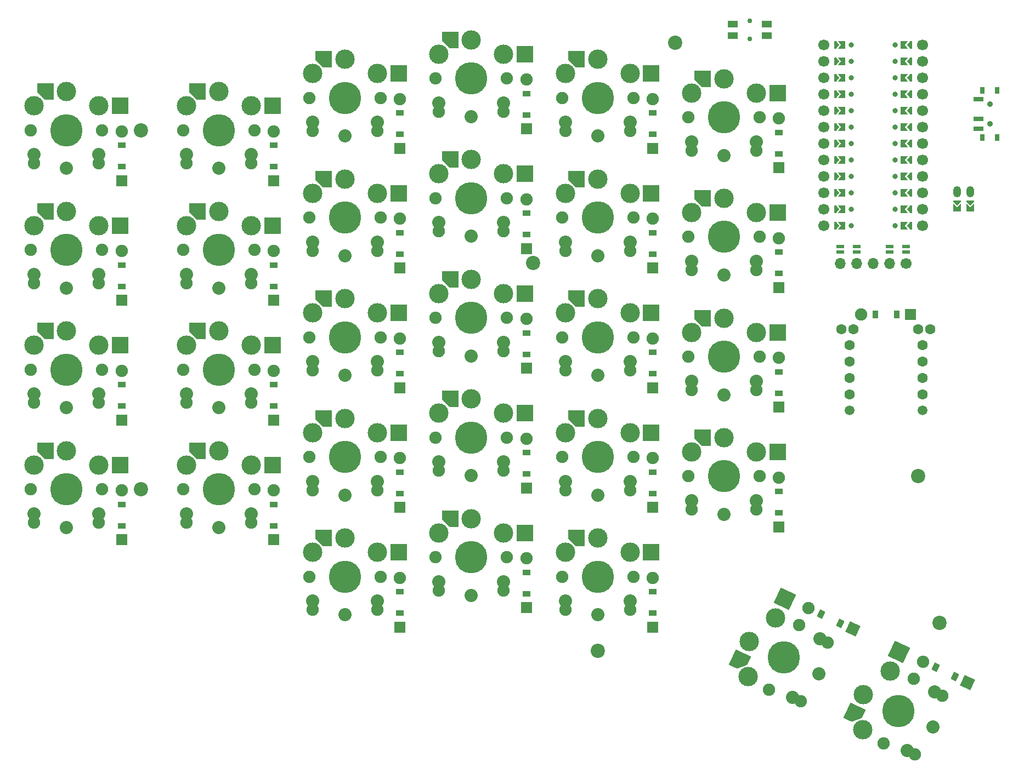
<source format=gbr>
%TF.GenerationSoftware,KiCad,Pcbnew,8.0.4*%
%TF.CreationDate,2024-07-28T16:02:38-05:00*%
%TF.ProjectId,reversible,72657665-7273-4696-926c-652e6b696361,0.5.0*%
%TF.SameCoordinates,Original*%
%TF.FileFunction,Soldermask,Bot*%
%TF.FilePolarity,Negative*%
%FSLAX46Y46*%
G04 Gerber Fmt 4.6, Leading zero omitted, Abs format (unit mm)*
G04 Created by KiCad (PCBNEW 8.0.4) date 2024-07-28 16:02:38*
%MOMM*%
%LPD*%
G01*
G04 APERTURE LIST*
G04 Aperture macros list*
%AMRotRect*
0 Rectangle, with rotation*
0 The origin of the aperture is its center*
0 $1 length*
0 $2 width*
0 $3 Rotation angle, in degrees counterclockwise*
0 Add horizontal line*
21,1,$1,$2,0,0,$3*%
%AMOutline5P*
0 Free polygon, 5 corners , with rotation*
0 The origin of the aperture is its center*
0 number of corners: always 5*
0 $1 to $10 corner X, Y*
0 $11 Rotation angle, in degrees counterclockwise*
0 create outline with 5 corners*
4,1,5,$1,$2,$3,$4,$5,$6,$7,$8,$9,$10,$1,$2,$11*%
%AMOutline6P*
0 Free polygon, 6 corners , with rotation*
0 The origin of the aperture is its center*
0 number of corners: always 6*
0 $1 to $12 corner X, Y*
0 $13 Rotation angle, in degrees counterclockwise*
0 create outline with 6 corners*
4,1,6,$1,$2,$3,$4,$5,$6,$7,$8,$9,$10,$11,$12,$1,$2,$13*%
%AMOutline7P*
0 Free polygon, 7 corners , with rotation*
0 The origin of the aperture is its center*
0 number of corners: always 7*
0 $1 to $14 corner X, Y*
0 $15 Rotation angle, in degrees counterclockwise*
0 create outline with 7 corners*
4,1,7,$1,$2,$3,$4,$5,$6,$7,$8,$9,$10,$11,$12,$13,$14,$1,$2,$15*%
%AMOutline8P*
0 Free polygon, 8 corners , with rotation*
0 The origin of the aperture is its center*
0 number of corners: always 8*
0 $1 to $16 corner X, Y*
0 $17 Rotation angle, in degrees counterclockwise*
0 create outline with 8 corners*
4,1,8,$1,$2,$3,$4,$5,$6,$7,$8,$9,$10,$11,$12,$13,$14,$15,$16,$1,$2,$17*%
%AMFreePoly0*
4,1,6,0.600000,-1.000000,0.000000,-0.400000,-0.600000,-1.000000,-0.600000,0.250000,0.600000,0.250000,0.600000,-1.000000,0.600000,-1.000000,$1*%
%AMFreePoly1*
4,1,6,0.600000,-0.200000,0.600000,-0.400000,-0.600000,-0.400000,-0.600000,-0.200000,0.000000,0.400000,0.600000,-0.200000,0.600000,-0.200000,$1*%
%AMFreePoly2*
4,1,6,0.250000,0.000000,-0.250000,-0.625000,-0.500000,-0.625000,-0.500000,0.625000,-0.250000,0.625000,0.250000,0.000000,0.250000,0.000000,$1*%
%AMFreePoly3*
4,1,6,0.500000,-0.625000,-0.650000,-0.625000,-0.150000,0.000000,-0.650000,0.625000,0.500000,0.625000,0.500000,-0.625000,0.500000,-0.625000,$1*%
G04 Aperture macros list end*
%ADD10C,2.200000*%
%ADD11FreePoly0,180.000000*%
%ADD12O,1.200000X1.750000*%
%ADD13FreePoly1,180.000000*%
%ADD14C,0.750000*%
%ADD15R,1.550000X1.000000*%
%ADD16O,1.700000X1.700000*%
%ADD17C,1.700000*%
%ADD18R,1.200000X0.600000*%
%ADD19C,1.500000*%
%ADD20C,1.600000*%
%ADD21FreePoly2,180.000000*%
%ADD22FreePoly2,0.000000*%
%ADD23FreePoly3,0.000000*%
%ADD24C,0.800000*%
%ADD25FreePoly3,180.000000*%
%ADD26R,0.800000X1.000000*%
%ADD27C,0.900000*%
%ADD28R,1.500000X0.700000*%
%ADD29C,1.900000*%
%ADD30C,3.000000*%
%ADD31C,5.000000*%
%ADD32C,2.032000*%
%ADD33Outline5P,-1.300000X1.300000X1.300000X1.300000X1.300000X-1.300000X-0.117000X-1.300000X-1.300000X-0.117000X0.000000*%
%ADD34R,2.600000X2.600000*%
%ADD35R,1.778000X1.778000*%
%ADD36R,1.200000X0.900000*%
%ADD37C,1.905000*%
%ADD38Outline5P,-1.300000X1.300000X1.300000X1.300000X1.300000X-1.300000X-0.117000X-1.300000X-1.300000X-0.117000X65.000000*%
%ADD39RotRect,2.600000X2.600000X65.000000*%
%ADD40RotRect,1.778000X1.778000X155.000000*%
%ADD41RotRect,0.900000X1.200000X155.000000*%
%ADD42R,0.900000X1.200000*%
G04 APERTURE END LIST*
D10*
%TO.C,MH3*%
X123499993Y-20902382D03*
%TD*%
%TO.C,MH4*%
X40999998Y-34402381D03*
%TD*%
D11*
%TO.C,JST1*%
X168999996Y-46718381D03*
X166999996Y-46718380D03*
D12*
X166999996Y-43902382D03*
X168999996Y-43902380D03*
D13*
X166999993Y-45702381D03*
X168999997Y-45702379D03*
%TD*%
D10*
%TO.C,MH6*%
X101499998Y-54902377D03*
%TD*%
D14*
%TO.C,RST1*%
X134999995Y-17527379D03*
X134999995Y-20277381D03*
D15*
X132374994Y-18052381D03*
X132374995Y-19752380D03*
X137624995Y-18052380D03*
X137624996Y-19752379D03*
%TD*%
D16*
%TO.C,DISP1*%
X148919998Y-54999999D03*
X151459996Y-55000000D03*
X154000000Y-55000000D03*
X156539998Y-55000000D03*
D17*
X159079997Y-55000000D03*
D18*
X159079998Y-53250000D03*
X156539997Y-53250000D03*
X151459997Y-53249999D03*
X148919998Y-53249999D03*
X159079997Y-52350000D03*
X156539996Y-52349999D03*
X151459998Y-52349998D03*
X148919997Y-52349999D03*
%TD*%
D19*
%TO.C,*%
X150375001Y-77702381D03*
X161625001Y-77702381D03*
D20*
X150375002Y-67592380D03*
X161625001Y-67592380D03*
X150375001Y-70132381D03*
X161625001Y-70132381D03*
X150375001Y-72672381D03*
X161625001Y-72672381D03*
X150375001Y-75212382D03*
X161625000Y-75212382D03*
X149150002Y-65202381D03*
X162850001Y-65202382D03*
X151000001Y-65202381D03*
X161000001Y-65202381D03*
%TD*%
D10*
%TO.C,MH1*%
X164266883Y-110562806D03*
%TD*%
%TO.C,MH5*%
X40999994Y-89902379D03*
%TD*%
%TO.C,MH7*%
X111499997Y-114902381D03*
%TD*%
%TO.C,MH2*%
X160999995Y-87902376D03*
%TD*%
D21*
%TO.C,MCU1*%
X159499993Y-21202381D03*
D17*
X161619992Y-21202379D03*
D21*
X159499997Y-23742383D03*
D17*
X161619995Y-23742381D03*
D21*
X159499994Y-26282381D03*
D17*
X161619994Y-26282383D03*
D21*
X159499995Y-28822382D03*
D17*
X161619996Y-28822382D03*
D21*
X159499996Y-31362383D03*
D17*
X161619995Y-31362383D03*
D21*
X159499995Y-33902382D03*
D17*
X161619997Y-33902381D03*
D21*
X159499996Y-36442382D03*
D17*
X161619995Y-36442382D03*
D21*
X159499995Y-38982383D03*
D17*
X161619996Y-38982381D03*
D21*
X159499996Y-41522383D03*
D17*
X161619994Y-41522381D03*
D21*
X159499997Y-44062381D03*
D17*
X161619996Y-44062384D03*
D21*
X159499993Y-46602382D03*
D17*
X161619995Y-46602382D03*
D21*
X159499995Y-49142382D03*
D17*
X161619995Y-49142383D03*
X146379994Y-49142382D03*
D22*
X148499995Y-49142380D03*
D17*
X146379998Y-46602385D03*
D22*
X148499997Y-46602383D03*
D17*
X146379995Y-44062383D03*
D22*
X148499993Y-44062381D03*
D17*
X146379996Y-41522381D03*
D22*
X148499996Y-41522383D03*
D17*
X146379994Y-38982382D03*
D22*
X148499995Y-38982382D03*
D17*
X146379995Y-36442381D03*
D22*
X148499994Y-36442381D03*
D17*
X146379993Y-33902383D03*
D22*
X148499995Y-33902382D03*
D17*
X146379995Y-31362382D03*
D22*
X148499994Y-31362382D03*
D17*
X146379994Y-28822383D03*
D22*
X148499995Y-28822381D03*
D17*
X146379996Y-26282383D03*
D22*
X148499994Y-26282381D03*
D17*
X146379994Y-23742380D03*
D22*
X148499993Y-23742383D03*
D17*
X146379995Y-21202382D03*
D22*
X148499997Y-21202382D03*
D23*
X149224992Y-21202382D03*
D24*
X157399995Y-21202384D03*
D23*
X149224996Y-23742382D03*
D24*
X157399993Y-23742383D03*
D23*
X149224994Y-26282382D03*
D24*
X157399994Y-26282382D03*
D23*
X149224994Y-28822381D03*
D24*
X157399995Y-28822381D03*
D23*
X149224995Y-31362380D03*
D24*
X157399995Y-31362382D03*
D23*
X149224995Y-33902382D03*
D24*
X157399993Y-33902383D03*
D23*
X149224997Y-36442383D03*
D24*
X157399994Y-36442382D03*
D23*
X149224994Y-38982382D03*
D24*
X157399996Y-38982382D03*
D23*
X149224995Y-41522382D03*
D24*
X157399995Y-41522382D03*
D23*
X149224995Y-44062381D03*
D24*
X157399996Y-44062382D03*
D23*
X149224996Y-46602383D03*
D24*
X157399992Y-46602381D03*
D23*
X149224994Y-49142382D03*
D24*
X157399994Y-49142382D03*
X150599996Y-49142383D03*
D25*
X158774996Y-49142382D03*
D24*
X150599995Y-46602380D03*
D25*
X158774998Y-46602382D03*
D24*
X150599997Y-44062381D03*
D25*
X158774994Y-44062382D03*
D24*
X150599996Y-41522382D03*
D25*
X158774996Y-41522382D03*
D24*
X150599995Y-38982383D03*
D25*
X158774996Y-38982383D03*
D24*
X150599995Y-36442382D03*
D25*
X158774995Y-36442384D03*
D24*
X150599997Y-33902381D03*
D25*
X158774995Y-33902382D03*
D24*
X150599996Y-31362382D03*
D25*
X158774993Y-31362381D03*
D24*
X150599994Y-28822382D03*
D25*
X158774996Y-28822382D03*
D24*
X150599995Y-26282382D03*
D25*
X158774995Y-26282382D03*
D24*
X150599994Y-23742382D03*
D25*
X158774995Y-23742383D03*
D24*
X150599998Y-21202383D03*
D25*
X158774994Y-21202381D03*
%TD*%
D26*
%TO.C,PWR1*%
X170914992Y-28252380D03*
X170914992Y-35552380D03*
D27*
X172024993Y-30402380D03*
X172024993Y-33402380D03*
D26*
X173124992Y-28252381D03*
X173124992Y-35552379D03*
D28*
X170264992Y-29652380D03*
X170264994Y-32652380D03*
X170264993Y-34152379D03*
%TD*%
D29*
%TO.C,S15*%
X86499997Y-81902380D03*
D30*
X86999993Y-78152384D03*
D29*
X86999997Y-87052380D03*
D31*
X91999997Y-81902380D03*
D30*
X91999998Y-75952380D03*
D29*
X96999996Y-87052380D03*
D30*
X96999998Y-78152380D03*
D29*
X97499997Y-81902380D03*
D32*
X86999995Y-85702380D03*
D33*
X88724997Y-75952380D03*
D32*
X96999997Y-85702379D03*
X91999997Y-87802380D03*
D34*
X100274997Y-78152380D03*
%TD*%
D35*
%TO.C,D23*%
X119999996Y-37212383D03*
D36*
X119999995Y-35052380D03*
X119999995Y-31752384D03*
D37*
X119999994Y-29592381D03*
%TD*%
D29*
%TO.C,S9*%
X66999994Y-103402381D03*
D30*
X67499990Y-99652385D03*
D29*
X67499994Y-108552381D03*
D31*
X72499994Y-103402381D03*
D30*
X72499995Y-97452381D03*
D29*
X77499993Y-108552381D03*
D30*
X77499995Y-99652381D03*
D29*
X77999994Y-103402381D03*
D32*
X67499992Y-107202381D03*
D33*
X69224994Y-97452381D03*
D32*
X77499994Y-107202380D03*
X72499994Y-109302381D03*
D34*
X80774994Y-99652381D03*
%TD*%
D35*
%TO.C,D5*%
X61499996Y-97712382D03*
D36*
X61499995Y-95552379D03*
X61499995Y-92252383D03*
D37*
X61499994Y-90092380D03*
%TD*%
D29*
%TO.C,S28*%
X137930211Y-120901059D03*
D30*
X134742865Y-118863088D03*
D29*
X142809007Y-122624391D03*
D31*
X140254612Y-115916368D03*
D30*
X134862080Y-113401788D03*
D29*
X147035188Y-113561314D03*
D30*
X138969050Y-109800010D03*
D29*
X142579013Y-110931677D03*
D32*
X141585490Y-122053855D03*
D38*
X133478009Y-116369950D03*
D32*
X145811673Y-112990778D03*
X145601828Y-118409816D03*
D39*
X140353123Y-106831852D03*
%TD*%
D40*
%TO.C,D29*%
X168598130Y-119754457D03*
D41*
X166640507Y-118841599D03*
X163649689Y-117446963D03*
D37*
X161692066Y-116534105D03*
%TD*%
D29*
%TO.C,S16*%
X86499994Y-63402380D03*
D30*
X86999990Y-59652384D03*
D29*
X86999994Y-68552380D03*
D31*
X91999994Y-63402380D03*
D30*
X91999995Y-57452380D03*
D29*
X96999993Y-68552380D03*
D30*
X96999995Y-59652380D03*
D29*
X97499994Y-63402380D03*
D32*
X86999992Y-67202380D03*
D33*
X88724994Y-57452380D03*
D32*
X96999994Y-67202379D03*
X91999994Y-69302380D03*
D34*
X100274994Y-59652380D03*
%TD*%
D29*
%TO.C,S22*%
X105999997Y-47902378D03*
D30*
X106499993Y-44152382D03*
D29*
X106499997Y-53052378D03*
D31*
X111499997Y-47902378D03*
D30*
X111499998Y-41952378D03*
D29*
X116499996Y-53052378D03*
D30*
X116499998Y-44152378D03*
D29*
X116999997Y-47902378D03*
D32*
X106499995Y-51702378D03*
D33*
X108224997Y-41952378D03*
D32*
X116499997Y-51702377D03*
X111499997Y-53802378D03*
D34*
X119774997Y-44152378D03*
%TD*%
D35*
%TO.C,D13*%
X80999997Y-37212379D03*
D36*
X80999996Y-35052376D03*
X80999996Y-31752380D03*
D37*
X80999995Y-29592377D03*
%TD*%
D29*
%TO.C,S21*%
X105999997Y-66402380D03*
D30*
X106499993Y-62652384D03*
D29*
X106499997Y-71552380D03*
D31*
X111499997Y-66402380D03*
D30*
X111499998Y-60452380D03*
D29*
X116499996Y-71552380D03*
D30*
X116499998Y-62652380D03*
D29*
X116999997Y-66402380D03*
D32*
X106499995Y-70202380D03*
D33*
X108224997Y-60452380D03*
D32*
X116499997Y-70202379D03*
X111499997Y-72302380D03*
D34*
X119774997Y-62652380D03*
%TD*%
D35*
%TO.C,D17*%
X100499997Y-52712380D03*
D36*
X100499996Y-50552377D03*
X100499996Y-47252381D03*
D37*
X100499995Y-45092378D03*
%TD*%
D29*
%TO.C,S10*%
X66999997Y-84902378D03*
D30*
X67499993Y-81152382D03*
D29*
X67499997Y-90052378D03*
D31*
X72499997Y-84902378D03*
D30*
X72499998Y-78952378D03*
D29*
X77499996Y-90052378D03*
D30*
X77499998Y-81152378D03*
D29*
X77999997Y-84902378D03*
D32*
X67499995Y-88702378D03*
D33*
X69224997Y-78952378D03*
D32*
X77499997Y-88702377D03*
X72499997Y-90802378D03*
D34*
X80774997Y-81152378D03*
%TD*%
D29*
%TO.C,S29*%
X155603212Y-129142117D03*
D30*
X152415866Y-127104146D03*
D29*
X160482008Y-130865449D03*
D31*
X157927613Y-124157426D03*
D30*
X152535081Y-121642846D03*
D29*
X164708189Y-121802372D03*
D30*
X156642051Y-118041068D03*
D29*
X160252014Y-119172735D03*
D32*
X159258491Y-130294913D03*
D38*
X151151010Y-124611008D03*
D32*
X163484674Y-121231836D03*
X163274829Y-126650874D03*
D39*
X158026124Y-115072910D03*
%TD*%
D35*
%TO.C,D6*%
X61500000Y-79212376D03*
D36*
X61499999Y-77052373D03*
X61499999Y-73752377D03*
D37*
X61499998Y-71592374D03*
%TD*%
D35*
%TO.C,D1*%
X37999997Y-97712382D03*
D36*
X37999996Y-95552379D03*
X37999996Y-92252383D03*
D37*
X37999995Y-90092380D03*
%TD*%
D35*
%TO.C,D30*%
X159809999Y-62902379D03*
D42*
X157649996Y-62902380D03*
X154350000Y-62902380D03*
D37*
X152189997Y-62902381D03*
%TD*%
D29*
%TO.C,S24*%
X125499995Y-87902378D03*
D30*
X125999991Y-84152382D03*
D29*
X125999995Y-93052378D03*
D31*
X130999995Y-87902378D03*
D30*
X130999996Y-81952378D03*
D29*
X135999994Y-93052378D03*
D30*
X135999996Y-84152378D03*
D29*
X136499995Y-87902378D03*
D32*
X125999993Y-91702378D03*
D33*
X127724995Y-81952378D03*
D32*
X135999995Y-91702377D03*
X130999995Y-93802378D03*
D34*
X139274995Y-84152378D03*
%TD*%
D29*
%TO.C,S8*%
X47499996Y-34402375D03*
D30*
X47999992Y-30652379D03*
D29*
X47999996Y-39552375D03*
D31*
X52999996Y-34402375D03*
D30*
X52999997Y-28452375D03*
D29*
X57999995Y-39552375D03*
D30*
X57999997Y-30652375D03*
D29*
X58499996Y-34402375D03*
D32*
X47999994Y-38202375D03*
D33*
X49724996Y-28452375D03*
D32*
X57999996Y-38202374D03*
X52999996Y-40302375D03*
D34*
X61274996Y-30652375D03*
%TD*%
D35*
%TO.C,D12*%
X80999995Y-55712378D03*
D36*
X80999994Y-53552375D03*
X80999994Y-50252379D03*
D37*
X80999993Y-48092376D03*
%TD*%
D29*
%TO.C,S11*%
X67000000Y-66402379D03*
D30*
X67499996Y-62652383D03*
D29*
X67500000Y-71552379D03*
D31*
X72500000Y-66402379D03*
D30*
X72500001Y-60452379D03*
D29*
X77499999Y-71552379D03*
D30*
X77500001Y-62652379D03*
D29*
X78000000Y-66402379D03*
D32*
X67499998Y-70202379D03*
D33*
X69225000Y-60452379D03*
D32*
X77500000Y-70202378D03*
X72500000Y-72302379D03*
D34*
X80775000Y-62652379D03*
%TD*%
D35*
%TO.C,D18*%
X100499997Y-34212380D03*
D36*
X100499996Y-32052377D03*
X100499996Y-28752381D03*
D37*
X100499995Y-26592378D03*
%TD*%
D29*
%TO.C,S27*%
X125499997Y-32402375D03*
D30*
X125999993Y-28652379D03*
D29*
X125999997Y-37552375D03*
D31*
X130999997Y-32402375D03*
D30*
X130999998Y-26452375D03*
D29*
X135999996Y-37552375D03*
D30*
X135999998Y-28652375D03*
D29*
X136499997Y-32402375D03*
D32*
X125999995Y-36202375D03*
D33*
X127724997Y-26452375D03*
D32*
X135999997Y-36202374D03*
X130999997Y-38302375D03*
D34*
X139274997Y-28652375D03*
%TD*%
D35*
%TO.C,D25*%
X139500000Y-77212378D03*
D36*
X139499999Y-75052375D03*
X139499999Y-71752379D03*
D37*
X139499998Y-69592376D03*
%TD*%
D35*
%TO.C,D19*%
X119999996Y-111212382D03*
D36*
X119999995Y-109052379D03*
X119999995Y-105752383D03*
D37*
X119999994Y-103592380D03*
%TD*%
D29*
%TO.C,S4*%
X23999998Y-34402381D03*
D30*
X24499994Y-30652385D03*
D29*
X24499998Y-39552381D03*
D31*
X29499998Y-34402381D03*
D30*
X29499999Y-28452381D03*
D29*
X34499997Y-39552381D03*
D30*
X34499999Y-30652381D03*
D29*
X34999998Y-34402381D03*
D32*
X24499996Y-38202381D03*
D33*
X26224998Y-28452381D03*
D32*
X34499998Y-38202380D03*
X29499998Y-40302381D03*
D34*
X37774998Y-30652381D03*
%TD*%
D35*
%TO.C,D11*%
X80999996Y-74212383D03*
D36*
X80999995Y-72052380D03*
X80999995Y-68752384D03*
D37*
X80999994Y-66592381D03*
%TD*%
D29*
%TO.C,S7*%
X47499994Y-52902380D03*
D30*
X47999990Y-49152384D03*
D29*
X47999994Y-58052380D03*
D31*
X52999994Y-52902380D03*
D30*
X52999995Y-46952380D03*
D29*
X57999993Y-58052380D03*
D30*
X57999995Y-49152380D03*
D29*
X58499994Y-52902380D03*
D32*
X47999992Y-56702380D03*
D33*
X49724994Y-46952380D03*
D32*
X57999994Y-56702379D03*
X52999994Y-58802380D03*
D34*
X61274994Y-49152380D03*
%TD*%
D35*
%TO.C,D24*%
X139500001Y-95712381D03*
D36*
X139500000Y-93552378D03*
X139500000Y-90252382D03*
D37*
X139499999Y-88092379D03*
%TD*%
D29*
%TO.C,S14*%
X86499998Y-100402379D03*
D30*
X86999994Y-96652383D03*
D29*
X86999998Y-105552379D03*
D31*
X91999998Y-100402379D03*
D30*
X91999999Y-94452379D03*
D29*
X96999997Y-105552379D03*
D30*
X96999999Y-96652379D03*
D29*
X97499998Y-100402379D03*
D32*
X86999996Y-104202379D03*
D33*
X88724998Y-94452379D03*
D32*
X96999998Y-104202378D03*
X91999998Y-106302379D03*
D34*
X100274998Y-96652379D03*
%TD*%
D35*
%TO.C,D20*%
X119999997Y-92712379D03*
D36*
X119999996Y-90552376D03*
X119999996Y-87252380D03*
D37*
X119999995Y-85092377D03*
%TD*%
D35*
%TO.C,D27*%
X139500002Y-40212381D03*
D36*
X139500001Y-38052378D03*
X139500001Y-34752382D03*
D37*
X139500000Y-32592379D03*
%TD*%
D35*
%TO.C,D9*%
X80999997Y-111212380D03*
D36*
X80999996Y-109052377D03*
X80999996Y-105752381D03*
D37*
X80999995Y-103592378D03*
%TD*%
D35*
%TO.C,D10*%
X80999996Y-92712380D03*
D36*
X80999995Y-90552377D03*
X80999995Y-87252381D03*
D37*
X80999994Y-85092378D03*
%TD*%
D29*
%TO.C,S1*%
X23999993Y-89902377D03*
D30*
X24499989Y-86152381D03*
D29*
X24499993Y-95052377D03*
D31*
X29499993Y-89902377D03*
D30*
X29499994Y-83952377D03*
D29*
X34499992Y-95052377D03*
D30*
X34499994Y-86152377D03*
D29*
X34999993Y-89902377D03*
D32*
X24499991Y-93702377D03*
D33*
X26224993Y-83952377D03*
D32*
X34499993Y-93702376D03*
X29499993Y-95802377D03*
D34*
X37774993Y-86152377D03*
%TD*%
D29*
%TO.C,S12*%
X67000000Y-47902380D03*
D30*
X67499996Y-44152384D03*
D29*
X67500000Y-53052380D03*
D31*
X72500000Y-47902380D03*
D30*
X72500001Y-41952380D03*
D29*
X77499999Y-53052380D03*
D30*
X77500001Y-44152380D03*
D29*
X78000000Y-47902380D03*
D32*
X67499998Y-51702380D03*
D33*
X69225000Y-41952380D03*
D32*
X77500000Y-51702379D03*
X72500000Y-53802380D03*
D34*
X80775000Y-44152380D03*
%TD*%
D35*
%TO.C,D3*%
X37999999Y-60712377D03*
D36*
X37999998Y-58552374D03*
X37999998Y-55252378D03*
D37*
X37999997Y-53092375D03*
%TD*%
D29*
%TO.C,S5*%
X47499997Y-89902379D03*
D30*
X47999993Y-86152383D03*
D29*
X47999997Y-95052379D03*
D31*
X52999997Y-89902379D03*
D30*
X52999998Y-83952379D03*
D29*
X57999996Y-95052379D03*
D30*
X57999998Y-86152379D03*
D29*
X58499997Y-89902379D03*
D32*
X47999995Y-93702379D03*
D33*
X49724997Y-83952379D03*
D32*
X57999997Y-93702378D03*
X52999997Y-95802379D03*
D34*
X61274997Y-86152379D03*
%TD*%
D29*
%TO.C,S2*%
X23999997Y-71402378D03*
D30*
X24499993Y-67652382D03*
D29*
X24499997Y-76552378D03*
D31*
X29499997Y-71402378D03*
D30*
X29499998Y-65452378D03*
D29*
X34499996Y-76552378D03*
D30*
X34499998Y-67652378D03*
D29*
X34999997Y-71402378D03*
D32*
X24499995Y-75202378D03*
D33*
X26224997Y-65452378D03*
D32*
X34499997Y-75202377D03*
X29499997Y-77302378D03*
D34*
X37774997Y-67652378D03*
%TD*%
D40*
%TO.C,D28*%
X150925133Y-111513397D03*
D41*
X148967510Y-110600539D03*
X145976692Y-109205903D03*
D37*
X144019069Y-108293045D03*
%TD*%
D35*
%TO.C,D16*%
X100499994Y-71212380D03*
D36*
X100499993Y-69052377D03*
X100499993Y-65752381D03*
D37*
X100499992Y-63592378D03*
%TD*%
D29*
%TO.C,S26*%
X125499995Y-50902383D03*
D30*
X125999991Y-47152387D03*
D29*
X125999995Y-56052383D03*
D31*
X130999995Y-50902383D03*
D30*
X130999996Y-44952383D03*
D29*
X135999994Y-56052383D03*
D30*
X135999996Y-47152383D03*
D29*
X136499995Y-50902383D03*
D32*
X125999993Y-54702383D03*
D33*
X127724995Y-44952383D03*
D32*
X135999995Y-54702382D03*
X130999995Y-56802383D03*
D34*
X139274995Y-47152383D03*
%TD*%
D35*
%TO.C,D2*%
X37999994Y-79212381D03*
D36*
X37999993Y-77052378D03*
X37999993Y-73752382D03*
D37*
X37999992Y-71592379D03*
%TD*%
D29*
%TO.C,S25*%
X125499994Y-69402379D03*
D30*
X125999990Y-65652383D03*
D29*
X125999994Y-74552379D03*
D31*
X130999994Y-69402379D03*
D30*
X130999995Y-63452379D03*
D29*
X135999993Y-74552379D03*
D30*
X135999995Y-65652379D03*
D29*
X136499994Y-69402379D03*
D32*
X125999992Y-73202379D03*
D33*
X127724994Y-63452379D03*
D32*
X135999994Y-73202378D03*
X130999994Y-75302379D03*
D34*
X139274994Y-65652379D03*
%TD*%
D35*
%TO.C,D7*%
X61499994Y-60712384D03*
D36*
X61499993Y-58552381D03*
X61499993Y-55252385D03*
D37*
X61499992Y-53092382D03*
%TD*%
D35*
%TO.C,D22*%
X119999991Y-55712377D03*
D36*
X119999990Y-53552374D03*
X119999990Y-50252378D03*
D37*
X119999989Y-48092375D03*
%TD*%
D35*
%TO.C,D21*%
X119999996Y-74212381D03*
D36*
X119999995Y-72052378D03*
X119999995Y-68752382D03*
D37*
X119999994Y-66592379D03*
%TD*%
D35*
%TO.C,D4*%
X37999993Y-42212382D03*
D36*
X37999992Y-40052379D03*
X37999992Y-36752383D03*
D37*
X37999991Y-34592380D03*
%TD*%
D35*
%TO.C,D14*%
X100499994Y-108212379D03*
D36*
X100499993Y-106052376D03*
X100499993Y-102752380D03*
D37*
X100499992Y-100592377D03*
%TD*%
D29*
%TO.C,S17*%
X86499999Y-44902376D03*
D30*
X86999995Y-41152380D03*
D29*
X86999999Y-50052376D03*
D31*
X91999999Y-44902376D03*
D30*
X92000000Y-38952376D03*
D29*
X96999998Y-50052376D03*
D30*
X97000000Y-41152376D03*
D29*
X97499999Y-44902376D03*
D32*
X86999997Y-48702376D03*
D33*
X88724999Y-38952376D03*
D32*
X96999999Y-48702375D03*
X91999999Y-50802376D03*
D34*
X100274999Y-41152376D03*
%TD*%
D29*
%TO.C,S13*%
X66999993Y-29402383D03*
D30*
X67499989Y-25652387D03*
D29*
X67499993Y-34552383D03*
D31*
X72499993Y-29402383D03*
D30*
X72499994Y-23452383D03*
D29*
X77499992Y-34552383D03*
D30*
X77499994Y-25652383D03*
D29*
X77999993Y-29402383D03*
D32*
X67499991Y-33202383D03*
D33*
X69224993Y-23452383D03*
D32*
X77499993Y-33202382D03*
X72499993Y-35302383D03*
D34*
X80774993Y-25652383D03*
%TD*%
D29*
%TO.C,S19*%
X105999997Y-103402381D03*
D30*
X106499993Y-99652385D03*
D29*
X106499997Y-108552381D03*
D31*
X111499997Y-103402381D03*
D30*
X111499998Y-97452381D03*
D29*
X116499996Y-108552381D03*
D30*
X116499998Y-99652381D03*
D29*
X116999997Y-103402381D03*
D32*
X106499995Y-107202381D03*
D33*
X108224997Y-97452381D03*
D32*
X116499997Y-107202380D03*
X111499997Y-109302381D03*
D34*
X119774997Y-99652381D03*
%TD*%
D29*
%TO.C,S20*%
X105999995Y-84902376D03*
D30*
X106499991Y-81152380D03*
D29*
X106499995Y-90052376D03*
D31*
X111499995Y-84902376D03*
D30*
X111499996Y-78952376D03*
D29*
X116499994Y-90052376D03*
D30*
X116499996Y-81152376D03*
D29*
X116999995Y-84902376D03*
D32*
X106499993Y-88702376D03*
D33*
X108224995Y-78952376D03*
D32*
X116499995Y-88702375D03*
X111499995Y-90802376D03*
D34*
X119774995Y-81152376D03*
%TD*%
D29*
%TO.C,S3*%
X23999995Y-52902380D03*
D30*
X24499991Y-49152384D03*
D29*
X24499995Y-58052380D03*
D31*
X29499995Y-52902380D03*
D30*
X29499996Y-46952380D03*
D29*
X34499994Y-58052380D03*
D30*
X34499996Y-49152380D03*
D29*
X34999995Y-52902380D03*
D32*
X24499993Y-56702380D03*
D33*
X26224995Y-46952380D03*
D32*
X34499995Y-56702379D03*
X29499995Y-58802380D03*
D34*
X37774995Y-49152380D03*
%TD*%
D35*
%TO.C,D15*%
X100499995Y-89712379D03*
D36*
X100499994Y-87552376D03*
X100499994Y-84252380D03*
D37*
X100499993Y-82092377D03*
%TD*%
D35*
%TO.C,D26*%
X139499999Y-58712381D03*
D36*
X139499998Y-56552378D03*
X139499998Y-53252382D03*
D37*
X139499997Y-51092379D03*
%TD*%
D29*
%TO.C,S18*%
X86500000Y-26402384D03*
D30*
X86999996Y-22652388D03*
D29*
X87000000Y-31552384D03*
D31*
X92000000Y-26402384D03*
D30*
X92000001Y-20452384D03*
D29*
X96999999Y-31552384D03*
D30*
X97000001Y-22652384D03*
D29*
X97500000Y-26402384D03*
D32*
X86999998Y-30202384D03*
D33*
X88725000Y-20452384D03*
D32*
X97000000Y-30202383D03*
X92000000Y-32302384D03*
D34*
X100275000Y-22652384D03*
%TD*%
D35*
%TO.C,D8*%
X61499996Y-42212382D03*
D36*
X61499995Y-40052379D03*
X61499995Y-36752383D03*
D37*
X61499994Y-34592380D03*
%TD*%
D29*
%TO.C,S23*%
X105999994Y-29402377D03*
D30*
X106499990Y-25652381D03*
D29*
X106499994Y-34552377D03*
D31*
X111499994Y-29402377D03*
D30*
X111499995Y-23452377D03*
D29*
X116499993Y-34552377D03*
D30*
X116499995Y-25652377D03*
D29*
X116999994Y-29402377D03*
D32*
X106499992Y-33202377D03*
D33*
X108224994Y-23452377D03*
D32*
X116499994Y-33202376D03*
X111499994Y-35302377D03*
D34*
X119774994Y-25652377D03*
%TD*%
D29*
%TO.C,S6*%
X47499992Y-71402378D03*
D30*
X47999988Y-67652382D03*
D29*
X47999992Y-76552378D03*
D31*
X52999992Y-71402378D03*
D30*
X52999993Y-65452378D03*
D29*
X57999991Y-76552378D03*
D30*
X57999993Y-67652378D03*
D29*
X58499992Y-71402378D03*
D32*
X47999990Y-75202378D03*
D33*
X49724992Y-65452378D03*
D32*
X57999992Y-75202377D03*
X52999992Y-77302378D03*
D34*
X61274992Y-67652378D03*
%TD*%
M02*

</source>
